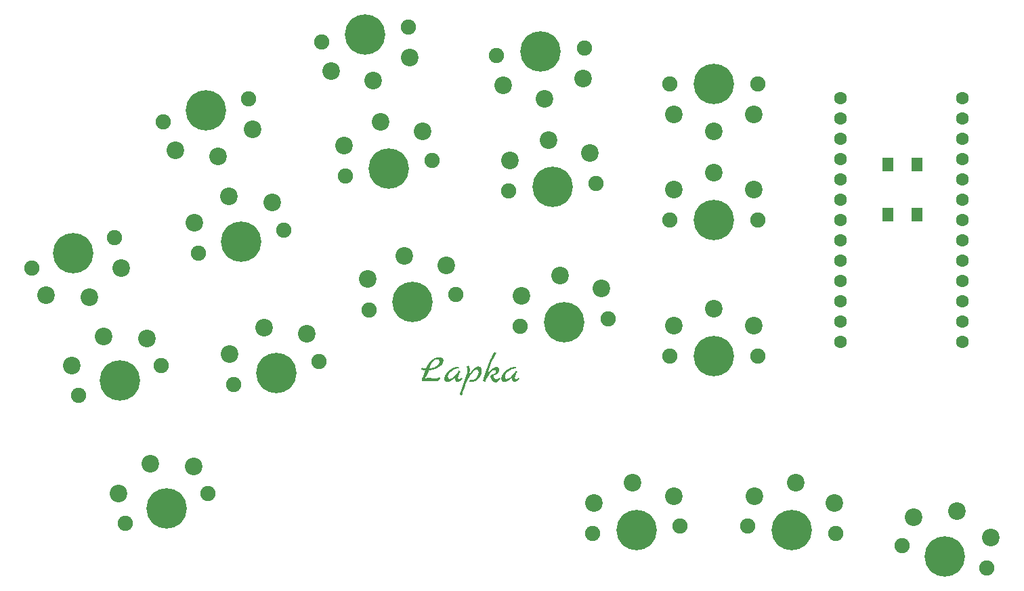
<source format=gts>
G04 #@! TF.GenerationSoftware,KiCad,Pcbnew,8.0.7*
G04 #@! TF.CreationDate,2025-05-01T21:13:51+07:00*
G04 #@! TF.ProjectId,Lapka_ChocV1V2_Solder,4c61706b-615f-4436-986f-63563156325f,rev?*
G04 #@! TF.SameCoordinates,Original*
G04 #@! TF.FileFunction,Soldermask,Top*
G04 #@! TF.FilePolarity,Negative*
%FSLAX46Y46*%
G04 Gerber Fmt 4.6, Leading zero omitted, Abs format (unit mm)*
G04 Created by KiCad (PCBNEW 8.0.7) date 2025-05-01 21:13:51*
%MOMM*%
%LPD*%
G01*
G04 APERTURE LIST*
%ADD10C,0.000000*%
%ADD11C,1.900000*%
%ADD12C,5.050000*%
%ADD13C,2.200000*%
%ADD14R,1.400000X1.700000*%
%ADD15C,1.600000*%
G04 APERTURE END LIST*
D10*
G36*
X147338251Y-93446922D02*
G01*
X147127114Y-93492166D01*
X147070344Y-93505520D01*
X147014398Y-93520444D01*
X146959277Y-93536940D01*
X146904981Y-93555006D01*
X146851509Y-93574643D01*
X146798862Y-93595851D01*
X146747039Y-93618630D01*
X146696042Y-93642980D01*
X146645869Y-93668901D01*
X146596520Y-93696392D01*
X146547997Y-93725455D01*
X146500298Y-93756088D01*
X146453425Y-93788293D01*
X146407376Y-93822068D01*
X146362152Y-93857415D01*
X146317753Y-93894332D01*
X146275750Y-93932036D01*
X146236456Y-93969739D01*
X146199872Y-94007442D01*
X146165998Y-94045145D01*
X146134834Y-94082848D01*
X146106380Y-94120551D01*
X146080636Y-94158254D01*
X146057602Y-94195957D01*
X146037277Y-94233661D01*
X146019663Y-94271364D01*
X146004758Y-94309067D01*
X145992564Y-94346770D01*
X145983079Y-94384473D01*
X145976304Y-94422176D01*
X145972240Y-94459879D01*
X145970885Y-94497582D01*
X145971827Y-94533499D01*
X145974655Y-94567099D01*
X145979368Y-94598381D01*
X145985966Y-94627346D01*
X145989972Y-94640959D01*
X145994449Y-94653993D01*
X145999398Y-94666448D01*
X146004818Y-94678324D01*
X146010709Y-94689620D01*
X146017071Y-94700337D01*
X146023905Y-94710474D01*
X146031210Y-94720032D01*
X146038986Y-94729011D01*
X146047234Y-94737411D01*
X146055952Y-94745231D01*
X146065143Y-94752472D01*
X146074804Y-94759134D01*
X146084937Y-94765217D01*
X146095541Y-94770720D01*
X146106616Y-94775644D01*
X146118163Y-94779988D01*
X146130180Y-94783753D01*
X146142669Y-94786939D01*
X146155630Y-94789546D01*
X146169062Y-94791574D01*
X146182965Y-94793022D01*
X146197339Y-94793891D01*
X146212184Y-94794180D01*
X146240874Y-94792943D01*
X146270388Y-94789232D01*
X146300728Y-94783046D01*
X146331891Y-94774386D01*
X146363880Y-94763252D01*
X146396694Y-94749643D01*
X146430332Y-94733561D01*
X146464795Y-94715004D01*
X146500083Y-94693972D01*
X146536195Y-94670467D01*
X146573132Y-94644487D01*
X146610895Y-94616033D01*
X146649481Y-94585105D01*
X146688893Y-94551702D01*
X146729129Y-94515825D01*
X146770191Y-94477474D01*
X146811232Y-94437454D01*
X146851409Y-94396569D01*
X146890722Y-94354821D01*
X146929171Y-94312208D01*
X146966756Y-94268731D01*
X147003477Y-94224391D01*
X147039334Y-94179186D01*
X147074327Y-94133117D01*
X147108457Y-94086184D01*
X147141722Y-94038388D01*
X147174123Y-93989727D01*
X147205660Y-93940203D01*
X147236333Y-93889814D01*
X147266143Y-93838562D01*
X147295088Y-93786446D01*
X147323170Y-93733466D01*
X147534308Y-93859143D01*
X147461257Y-94009093D01*
X147397946Y-94144746D01*
X147344376Y-94266104D01*
X147300546Y-94373165D01*
X147266457Y-94465931D01*
X147242107Y-94544400D01*
X147233585Y-94578273D01*
X147227498Y-94608572D01*
X147223845Y-94635298D01*
X147222628Y-94658449D01*
X147222805Y-94667169D01*
X147223335Y-94675731D01*
X147224219Y-94684136D01*
X147225456Y-94692384D01*
X147227046Y-94700475D01*
X147228990Y-94708409D01*
X147231288Y-94716185D01*
X147233939Y-94723804D01*
X147236944Y-94731266D01*
X147240302Y-94738571D01*
X147244013Y-94745719D01*
X147248078Y-94752709D01*
X147252496Y-94759543D01*
X147257268Y-94766219D01*
X147262393Y-94772737D01*
X147267872Y-94779099D01*
X147274136Y-94784578D01*
X147280360Y-94789703D01*
X147286545Y-94794475D01*
X147292691Y-94798893D01*
X147298798Y-94802958D01*
X147304866Y-94806670D01*
X147310894Y-94810027D01*
X147316884Y-94813032D01*
X147322834Y-94815683D01*
X147328745Y-94817980D01*
X147334617Y-94819924D01*
X147340450Y-94821515D01*
X147346243Y-94822752D01*
X147351997Y-94823636D01*
X147357711Y-94824166D01*
X147363387Y-94824343D01*
X147375403Y-94824264D01*
X147386321Y-94824028D01*
X147396139Y-94823635D01*
X147404858Y-94823084D01*
X147412478Y-94822377D01*
X147418998Y-94821513D01*
X147424418Y-94820493D01*
X147428738Y-94819316D01*
X147458901Y-94809262D01*
X147466756Y-94803918D01*
X147475241Y-94797949D01*
X147484352Y-94791352D01*
X147494090Y-94784126D01*
X147500219Y-94780356D01*
X147506032Y-94776585D01*
X147511530Y-94772815D01*
X147516714Y-94769045D01*
X147521583Y-94765274D01*
X147526139Y-94761504D01*
X147530380Y-94757734D01*
X147534308Y-94753964D01*
X147594633Y-94708720D01*
X147613799Y-94694266D01*
X147631078Y-94681069D01*
X147646472Y-94669130D01*
X147659984Y-94658449D01*
X147775607Y-94743909D01*
X147766338Y-94762702D01*
X147756126Y-94781377D01*
X147744972Y-94799934D01*
X147732876Y-94818373D01*
X147719837Y-94836695D01*
X147705856Y-94854898D01*
X147690932Y-94872984D01*
X147675066Y-94890952D01*
X147658257Y-94908802D01*
X147640505Y-94926534D01*
X147621811Y-94944149D01*
X147602174Y-94961645D01*
X147581594Y-94979024D01*
X147560072Y-94996285D01*
X147537607Y-95013428D01*
X147514199Y-95030453D01*
X147491067Y-95046889D01*
X147468171Y-95062265D01*
X147445510Y-95076581D01*
X147423084Y-95089836D01*
X147400894Y-95102030D01*
X147378940Y-95113165D01*
X147357221Y-95123238D01*
X147335738Y-95132252D01*
X147314490Y-95140205D01*
X147293478Y-95147097D01*
X147272702Y-95152930D01*
X147252161Y-95157701D01*
X147231857Y-95161413D01*
X147211788Y-95164064D01*
X147191955Y-95165654D01*
X147172358Y-95166185D01*
X147154110Y-95165880D01*
X147136441Y-95164967D01*
X147119351Y-95163445D01*
X147102841Y-95161315D01*
X147086910Y-95158575D01*
X147071559Y-95155227D01*
X147056787Y-95151271D01*
X147042594Y-95146705D01*
X147028980Y-95141531D01*
X147015946Y-95135748D01*
X147003491Y-95129356D01*
X146991616Y-95122356D01*
X146980319Y-95114747D01*
X146969602Y-95106529D01*
X146959465Y-95097702D01*
X146949907Y-95088266D01*
X146940928Y-95078222D01*
X146932528Y-95067569D01*
X146924708Y-95056307D01*
X146917467Y-95044437D01*
X146910805Y-95031957D01*
X146904722Y-95018869D01*
X146899219Y-95005172D01*
X146894295Y-94990867D01*
X146889951Y-94975952D01*
X146886185Y-94960429D01*
X146882999Y-94944297D01*
X146880393Y-94927556D01*
X146878365Y-94910207D01*
X146876917Y-94892248D01*
X146876048Y-94873681D01*
X146875759Y-94854505D01*
X146876053Y-94836065D01*
X146876937Y-94817193D01*
X146878410Y-94797890D01*
X146880472Y-94778154D01*
X146883123Y-94757986D01*
X146886363Y-94737387D01*
X146890192Y-94716355D01*
X146894610Y-94694892D01*
X146899618Y-94672997D01*
X146905215Y-94650670D01*
X146911400Y-94627911D01*
X146918175Y-94604720D01*
X146925539Y-94581097D01*
X146933492Y-94557042D01*
X146951166Y-94507636D01*
X146765164Y-94698666D01*
X146698398Y-94764959D01*
X146633831Y-94825598D01*
X146602372Y-94853797D01*
X146571463Y-94880583D01*
X146541104Y-94905954D01*
X146511294Y-94929912D01*
X146482035Y-94952455D01*
X146453325Y-94973585D01*
X146425166Y-94993301D01*
X146397556Y-95011603D01*
X146370497Y-95028491D01*
X146343987Y-95043964D01*
X146318028Y-95058024D01*
X146292618Y-95070670D01*
X146268131Y-95082235D01*
X146243683Y-95093055D01*
X146219274Y-95103128D01*
X146194904Y-95112456D01*
X146170574Y-95121037D01*
X146146283Y-95128872D01*
X146122032Y-95135961D01*
X146097820Y-95142304D01*
X146073647Y-95147901D01*
X146049513Y-95152752D01*
X146025418Y-95156856D01*
X146001363Y-95160214D01*
X145977346Y-95162826D01*
X145953369Y-95164692D01*
X145929431Y-95165811D01*
X145905532Y-95166185D01*
X145882006Y-95165772D01*
X145859188Y-95164535D01*
X145837076Y-95162473D01*
X145815672Y-95159586D01*
X145794974Y-95155875D01*
X145774984Y-95151339D01*
X145755701Y-95145978D01*
X145737125Y-95139792D01*
X145719256Y-95132782D01*
X145702093Y-95124947D01*
X145685638Y-95116287D01*
X145669889Y-95106802D01*
X145654847Y-95096492D01*
X145640512Y-95085358D01*
X145626883Y-95073399D01*
X145613962Y-95060616D01*
X145602396Y-95046478D01*
X145591577Y-95031711D01*
X145581503Y-95016316D01*
X145572176Y-95000293D01*
X145563595Y-94983641D01*
X145555759Y-94966361D01*
X145548670Y-94948452D01*
X145542327Y-94929915D01*
X145536731Y-94910749D01*
X145531880Y-94890955D01*
X145527776Y-94870532D01*
X145524418Y-94849481D01*
X145521806Y-94827801D01*
X145519940Y-94805493D01*
X145518820Y-94782556D01*
X145518447Y-94758991D01*
X145519508Y-94715044D01*
X145522689Y-94671175D01*
X145527991Y-94627385D01*
X145535414Y-94583674D01*
X145544957Y-94540041D01*
X145556622Y-94496486D01*
X145570407Y-94453010D01*
X145586313Y-94409612D01*
X145604340Y-94366292D01*
X145624487Y-94323051D01*
X145646755Y-94279889D01*
X145671145Y-94236805D01*
X145697654Y-94193799D01*
X145726285Y-94150872D01*
X145757037Y-94108023D01*
X145789909Y-94065253D01*
X145824431Y-94022405D01*
X145860131Y-93980578D01*
X145897010Y-93939772D01*
X145935066Y-93899987D01*
X145974301Y-93861223D01*
X146014714Y-93823481D01*
X146056306Y-93786759D01*
X146099075Y-93751059D01*
X146143023Y-93716380D01*
X146188149Y-93682722D01*
X146234453Y-93650085D01*
X146281935Y-93618469D01*
X146330596Y-93587875D01*
X146380435Y-93558302D01*
X146431452Y-93529750D01*
X146483647Y-93502220D01*
X146536431Y-93476025D01*
X146589216Y-93451479D01*
X146642000Y-93428582D01*
X146694784Y-93407335D01*
X146747569Y-93387737D01*
X146800353Y-93369788D01*
X146853137Y-93353489D01*
X146905922Y-93338840D01*
X146958706Y-93325840D01*
X147011491Y-93314489D01*
X147064275Y-93304788D01*
X147117059Y-93296737D01*
X147169844Y-93290335D01*
X147222628Y-93285583D01*
X147275412Y-93282481D01*
X147328197Y-93281028D01*
X147338251Y-93446922D01*
G37*
G36*
X140214914Y-93446922D02*
G01*
X140003776Y-93492166D01*
X139947006Y-93505520D01*
X139891061Y-93520444D01*
X139835940Y-93536940D01*
X139781643Y-93555006D01*
X139728171Y-93574643D01*
X139675524Y-93595851D01*
X139623702Y-93618630D01*
X139572704Y-93642980D01*
X139522531Y-93668901D01*
X139473183Y-93696392D01*
X139424659Y-93725455D01*
X139376961Y-93756088D01*
X139330087Y-93788293D01*
X139284038Y-93822068D01*
X139238815Y-93857415D01*
X139194416Y-93894332D01*
X139152412Y-93932036D01*
X139113119Y-93969739D01*
X139076535Y-94007442D01*
X139042661Y-94045145D01*
X139011497Y-94082848D01*
X138983043Y-94120551D01*
X138957299Y-94158254D01*
X138934265Y-94195957D01*
X138913940Y-94233661D01*
X138896326Y-94271364D01*
X138881421Y-94309067D01*
X138869227Y-94346770D01*
X138859742Y-94384473D01*
X138852967Y-94422176D01*
X138848902Y-94459879D01*
X138847547Y-94497582D01*
X138848490Y-94533499D01*
X138851318Y-94567099D01*
X138856031Y-94598381D01*
X138862629Y-94627346D01*
X138866635Y-94640959D01*
X138871112Y-94653993D01*
X138876060Y-94666448D01*
X138881480Y-94678324D01*
X138887371Y-94689620D01*
X138893734Y-94700337D01*
X138900567Y-94710474D01*
X138907872Y-94720032D01*
X138915649Y-94729011D01*
X138923896Y-94737411D01*
X138932615Y-94745231D01*
X138941805Y-94752472D01*
X138951467Y-94759134D01*
X138961599Y-94765217D01*
X138972203Y-94770720D01*
X138983279Y-94775644D01*
X138994825Y-94779988D01*
X139006843Y-94783753D01*
X139019332Y-94786939D01*
X139032293Y-94789546D01*
X139045724Y-94791574D01*
X139059627Y-94793022D01*
X139074002Y-94793891D01*
X139088847Y-94794180D01*
X139117537Y-94792943D01*
X139147052Y-94789232D01*
X139177391Y-94783046D01*
X139208555Y-94774386D01*
X139240544Y-94763252D01*
X139273357Y-94749643D01*
X139306995Y-94733561D01*
X139341458Y-94715004D01*
X139376746Y-94693972D01*
X139412859Y-94670467D01*
X139449796Y-94644487D01*
X139487558Y-94616033D01*
X139526145Y-94585105D01*
X139565556Y-94551702D01*
X139605792Y-94515825D01*
X139646853Y-94477474D01*
X139687895Y-94437454D01*
X139728072Y-94396569D01*
X139767385Y-94354821D01*
X139805834Y-94312208D01*
X139843419Y-94268731D01*
X139880140Y-94224391D01*
X139915997Y-94179186D01*
X139950990Y-94133117D01*
X139985119Y-94086184D01*
X140018384Y-94038388D01*
X140050785Y-93989727D01*
X140082323Y-93940203D01*
X140112996Y-93889814D01*
X140142805Y-93838562D01*
X140171751Y-93786446D01*
X140199832Y-93733466D01*
X140410970Y-93859143D01*
X140337919Y-94009093D01*
X140274609Y-94144746D01*
X140221039Y-94266104D01*
X140177209Y-94373165D01*
X140143120Y-94465931D01*
X140118771Y-94544400D01*
X140110248Y-94578273D01*
X140104161Y-94608572D01*
X140100509Y-94635298D01*
X140099291Y-94658449D01*
X140099468Y-94667169D01*
X140099998Y-94675731D01*
X140100882Y-94684136D01*
X140102119Y-94692384D01*
X140103709Y-94700475D01*
X140105654Y-94708409D01*
X140107951Y-94716185D01*
X140110602Y-94723804D01*
X140113606Y-94731266D01*
X140116964Y-94738571D01*
X140120676Y-94745719D01*
X140124740Y-94752709D01*
X140129159Y-94759543D01*
X140133931Y-94766219D01*
X140139056Y-94772737D01*
X140144534Y-94779099D01*
X140150798Y-94784578D01*
X140157022Y-94789703D01*
X140163208Y-94794475D01*
X140169354Y-94798893D01*
X140175461Y-94802958D01*
X140181529Y-94806670D01*
X140187557Y-94810027D01*
X140193547Y-94813032D01*
X140199497Y-94815683D01*
X140205408Y-94817980D01*
X140211280Y-94819924D01*
X140217112Y-94821515D01*
X140222906Y-94822752D01*
X140228659Y-94823636D01*
X140234374Y-94824166D01*
X140240049Y-94824343D01*
X140252066Y-94824264D01*
X140262983Y-94824028D01*
X140272802Y-94823635D01*
X140281521Y-94823084D01*
X140289141Y-94822377D01*
X140295661Y-94821513D01*
X140301081Y-94820493D01*
X140305401Y-94819316D01*
X140335564Y-94809262D01*
X140343419Y-94803918D01*
X140351903Y-94797949D01*
X140361015Y-94791352D01*
X140370753Y-94784126D01*
X140376881Y-94780356D01*
X140382695Y-94776585D01*
X140388193Y-94772815D01*
X140393377Y-94769045D01*
X140398247Y-94765274D01*
X140402802Y-94761504D01*
X140407043Y-94757734D01*
X140410970Y-94753964D01*
X140471295Y-94708720D01*
X140490462Y-94694266D01*
X140507741Y-94681069D01*
X140523135Y-94669130D01*
X140536647Y-94658449D01*
X140652270Y-94743909D01*
X140643001Y-94762702D01*
X140632789Y-94781377D01*
X140621635Y-94799934D01*
X140609539Y-94818373D01*
X140596500Y-94836695D01*
X140582518Y-94854898D01*
X140567595Y-94872984D01*
X140551728Y-94890952D01*
X140534919Y-94908802D01*
X140517168Y-94926534D01*
X140498474Y-94944149D01*
X140478837Y-94961645D01*
X140458257Y-94979024D01*
X140436735Y-94996285D01*
X140414269Y-95013428D01*
X140390861Y-95030453D01*
X140367730Y-95046889D01*
X140344833Y-95062265D01*
X140322173Y-95076581D01*
X140299747Y-95089836D01*
X140277557Y-95102030D01*
X140255603Y-95113165D01*
X140233884Y-95123238D01*
X140212400Y-95132252D01*
X140191153Y-95140205D01*
X140170141Y-95147097D01*
X140149364Y-95152930D01*
X140128824Y-95157701D01*
X140108519Y-95161413D01*
X140088450Y-95164064D01*
X140068617Y-95165654D01*
X140049020Y-95166185D01*
X140030772Y-95165880D01*
X140013103Y-95164967D01*
X139996014Y-95163445D01*
X139979504Y-95161315D01*
X139963573Y-95158575D01*
X139948222Y-95155227D01*
X139933450Y-95151271D01*
X139919257Y-95146705D01*
X139905643Y-95141531D01*
X139892609Y-95135748D01*
X139880154Y-95129356D01*
X139868279Y-95122356D01*
X139856983Y-95114747D01*
X139846266Y-95106529D01*
X139836128Y-95097702D01*
X139826570Y-95088266D01*
X139817591Y-95078222D01*
X139809192Y-95067569D01*
X139801371Y-95056307D01*
X139794130Y-95044437D01*
X139787468Y-95031957D01*
X139781386Y-95018869D01*
X139775883Y-95005172D01*
X139770959Y-94990867D01*
X139766614Y-94975952D01*
X139762849Y-94960429D01*
X139759663Y-94944297D01*
X139757056Y-94927556D01*
X139755029Y-94910207D01*
X139753581Y-94892248D01*
X139752712Y-94873681D01*
X139752422Y-94854505D01*
X139752717Y-94836065D01*
X139753600Y-94817193D01*
X139755073Y-94797890D01*
X139757135Y-94778154D01*
X139759786Y-94757986D01*
X139763026Y-94737387D01*
X139766855Y-94716355D01*
X139771274Y-94694892D01*
X139776281Y-94672997D01*
X139781878Y-94650670D01*
X139788063Y-94627911D01*
X139794838Y-94604720D01*
X139802202Y-94581097D01*
X139810155Y-94557042D01*
X139827828Y-94507636D01*
X139641827Y-94698666D01*
X139575060Y-94764959D01*
X139510493Y-94825598D01*
X139479035Y-94853797D01*
X139448126Y-94880583D01*
X139417766Y-94905954D01*
X139387957Y-94929912D01*
X139358698Y-94952455D01*
X139329988Y-94973585D01*
X139301829Y-94993301D01*
X139274219Y-95011603D01*
X139247160Y-95028491D01*
X139220650Y-95043964D01*
X139194690Y-95058024D01*
X139169281Y-95070670D01*
X139144793Y-95082235D01*
X139120345Y-95093055D01*
X139095937Y-95103128D01*
X139071567Y-95112456D01*
X139047237Y-95121037D01*
X139022947Y-95128872D01*
X138998695Y-95135961D01*
X138974483Y-95142304D01*
X138950310Y-95147901D01*
X138926176Y-95152752D01*
X138902081Y-95156856D01*
X138878026Y-95160214D01*
X138854010Y-95162826D01*
X138830032Y-95164692D01*
X138806094Y-95165811D01*
X138782195Y-95166185D01*
X138758669Y-95165772D01*
X138735851Y-95164535D01*
X138713739Y-95162473D01*
X138692335Y-95159586D01*
X138671638Y-95155875D01*
X138651647Y-95151339D01*
X138632364Y-95145978D01*
X138613788Y-95139792D01*
X138595919Y-95132782D01*
X138578756Y-95124947D01*
X138562301Y-95116287D01*
X138546552Y-95106802D01*
X138531510Y-95096492D01*
X138517175Y-95085358D01*
X138503546Y-95073399D01*
X138490625Y-95060616D01*
X138479059Y-95046478D01*
X138468240Y-95031711D01*
X138458166Y-95016316D01*
X138448839Y-95000293D01*
X138440257Y-94983641D01*
X138432422Y-94966361D01*
X138425333Y-94948452D01*
X138418990Y-94929915D01*
X138413393Y-94910749D01*
X138408543Y-94890955D01*
X138404438Y-94870532D01*
X138401080Y-94849481D01*
X138398468Y-94827801D01*
X138396602Y-94805493D01*
X138395483Y-94782556D01*
X138395110Y-94758991D01*
X138396170Y-94715044D01*
X138399351Y-94671175D01*
X138404653Y-94627385D01*
X138412076Y-94583674D01*
X138421620Y-94540041D01*
X138433284Y-94496486D01*
X138447069Y-94453010D01*
X138462975Y-94409612D01*
X138481002Y-94366292D01*
X138501150Y-94323051D01*
X138523418Y-94279889D01*
X138547807Y-94236805D01*
X138574317Y-94193799D01*
X138602948Y-94150872D01*
X138633700Y-94108023D01*
X138666572Y-94065253D01*
X138701094Y-94022405D01*
X138736794Y-93980578D01*
X138773673Y-93939772D01*
X138811729Y-93899987D01*
X138850964Y-93861223D01*
X138891377Y-93823481D01*
X138932968Y-93786759D01*
X138975738Y-93751059D01*
X139019686Y-93716380D01*
X139064811Y-93682722D01*
X139111116Y-93650085D01*
X139158598Y-93618469D01*
X139207259Y-93587875D01*
X139257097Y-93558302D01*
X139308114Y-93529750D01*
X139360310Y-93502220D01*
X139413094Y-93476025D01*
X139465879Y-93451479D01*
X139518663Y-93428582D01*
X139571447Y-93407335D01*
X139624232Y-93387737D01*
X139677016Y-93369788D01*
X139729800Y-93353489D01*
X139782585Y-93338840D01*
X139835369Y-93325840D01*
X139888153Y-93314489D01*
X139940938Y-93304788D01*
X139993722Y-93296737D01*
X140046507Y-93290335D01*
X140099291Y-93285583D01*
X140152075Y-93282481D01*
X140204860Y-93281028D01*
X140214914Y-93446922D01*
G37*
G36*
X137795000Y-92075000D02*
G01*
X137822847Y-92076414D01*
X137849986Y-92078770D01*
X137876418Y-92082069D01*
X137902143Y-92086311D01*
X137927161Y-92091495D01*
X137951472Y-92097622D01*
X137975075Y-92104691D01*
X137997972Y-92112703D01*
X138020161Y-92121657D01*
X138041644Y-92131554D01*
X138062419Y-92142394D01*
X138082488Y-92154176D01*
X138101849Y-92166901D01*
X138120503Y-92180568D01*
X138138451Y-92195178D01*
X138155497Y-92209945D01*
X138171444Y-92225341D01*
X138186290Y-92241365D01*
X138200036Y-92258017D01*
X138212683Y-92275298D01*
X138224229Y-92293207D01*
X138234676Y-92311744D01*
X138244023Y-92330910D01*
X138252270Y-92350704D01*
X138259417Y-92371126D01*
X138265465Y-92392177D01*
X138270413Y-92413857D01*
X138274261Y-92436164D01*
X138277010Y-92459100D01*
X138278659Y-92482665D01*
X138279209Y-92506857D01*
X138278664Y-92533201D01*
X138277029Y-92559445D01*
X138274305Y-92585592D01*
X138270490Y-92611641D01*
X138259592Y-92663443D01*
X138244334Y-92714852D01*
X138224716Y-92765869D01*
X138200739Y-92816493D01*
X138172403Y-92866725D01*
X138139707Y-92916563D01*
X138102652Y-92966009D01*
X138061238Y-93015062D01*
X138015464Y-93063723D01*
X137965331Y-93111991D01*
X137910838Y-93159866D01*
X137851985Y-93207349D01*
X137788774Y-93254439D01*
X137721203Y-93301137D01*
X137651473Y-93345751D01*
X137580526Y-93387853D01*
X137508360Y-93427440D01*
X137434977Y-93464515D01*
X137360376Y-93499076D01*
X137284558Y-93531124D01*
X137207521Y-93560658D01*
X137129267Y-93587679D01*
X137049796Y-93612186D01*
X136969107Y-93634180D01*
X136887201Y-93653660D01*
X136804077Y-93670627D01*
X136719735Y-93685080D01*
X136634177Y-93697019D01*
X136547401Y-93706445D01*
X136459408Y-93713357D01*
X136400732Y-93889542D01*
X136370747Y-93972155D01*
X136340329Y-94051116D01*
X136309479Y-94126424D01*
X136278197Y-94198079D01*
X136246483Y-94266082D01*
X136214338Y-94330432D01*
X136181760Y-94391130D01*
X136148750Y-94448175D01*
X136115308Y-94501568D01*
X136081434Y-94551308D01*
X136047128Y-94597396D01*
X136012390Y-94639832D01*
X135977220Y-94678616D01*
X135941618Y-94713747D01*
X135974530Y-94710212D01*
X136010426Y-94707149D01*
X136049307Y-94704557D01*
X136091173Y-94702436D01*
X136136025Y-94700786D01*
X136183860Y-94699608D01*
X136234681Y-94698901D01*
X136288487Y-94698666D01*
X137334117Y-94728828D01*
X137361708Y-94728259D01*
X137389181Y-94726551D01*
X137416537Y-94723703D01*
X137443774Y-94719717D01*
X137470893Y-94714592D01*
X137497895Y-94708328D01*
X137524778Y-94700925D01*
X137551544Y-94692384D01*
X137578191Y-94682703D01*
X137604721Y-94671883D01*
X137631133Y-94659924D01*
X137657426Y-94646826D01*
X137683602Y-94632589D01*
X137709659Y-94617212D01*
X137735598Y-94600697D01*
X137761420Y-94583043D01*
X137897151Y-94764018D01*
X137849397Y-94818375D01*
X137806667Y-94865818D01*
X137768961Y-94906348D01*
X137751994Y-94924021D01*
X137736284Y-94939966D01*
X137728508Y-94946879D01*
X137720260Y-94953791D01*
X137711541Y-94960704D01*
X137702351Y-94967616D01*
X137692690Y-94974528D01*
X137682557Y-94981440D01*
X137671953Y-94988352D01*
X137660878Y-94995264D01*
X137649331Y-95002175D01*
X137637313Y-95009087D01*
X137624824Y-95015999D01*
X137611864Y-95022911D01*
X137598432Y-95029824D01*
X137584529Y-95036736D01*
X137570155Y-95043649D01*
X137555309Y-95050562D01*
X137540740Y-95057258D01*
X137525935Y-95063523D01*
X137510894Y-95069356D01*
X137495617Y-95074756D01*
X137480104Y-95079724D01*
X137464355Y-95084261D01*
X137448371Y-95088365D01*
X137432151Y-95092037D01*
X137415694Y-95095277D01*
X137399003Y-95098084D01*
X137382075Y-95100460D01*
X137364911Y-95102404D01*
X137347512Y-95103916D01*
X137329877Y-95104996D01*
X137312007Y-95105644D01*
X137293901Y-95105860D01*
X136353839Y-95065643D01*
X136079863Y-95066585D01*
X135886320Y-95069413D01*
X135819711Y-95071534D01*
X135773211Y-95074126D01*
X135746819Y-95077189D01*
X135741163Y-95078898D01*
X135740535Y-95080724D01*
X135718011Y-95079488D01*
X135696941Y-95077034D01*
X135677323Y-95073362D01*
X135668060Y-95071070D01*
X135659159Y-95068473D01*
X135650622Y-95065572D01*
X135642448Y-95062366D01*
X135634637Y-95058856D01*
X135627190Y-95055042D01*
X135620106Y-95050923D01*
X135613385Y-95046500D01*
X135607028Y-95041772D01*
X135601033Y-95036740D01*
X135595402Y-95031404D01*
X135590135Y-95025763D01*
X135585230Y-95019818D01*
X135580689Y-95013568D01*
X135576512Y-95007014D01*
X135572697Y-95000156D01*
X135569246Y-94992993D01*
X135566158Y-94985526D01*
X135563433Y-94977755D01*
X135561072Y-94969679D01*
X135559074Y-94961298D01*
X135557439Y-94952613D01*
X135556168Y-94943624D01*
X135555259Y-94934331D01*
X135554714Y-94924733D01*
X135554533Y-94914830D01*
X135556830Y-94901751D01*
X135559953Y-94887651D01*
X135563900Y-94872530D01*
X135568671Y-94856388D01*
X135574268Y-94839225D01*
X135580689Y-94821041D01*
X135587935Y-94801836D01*
X135596006Y-94781609D01*
X135604902Y-94760362D01*
X135614622Y-94738094D01*
X135636537Y-94690494D01*
X135661751Y-94638810D01*
X135690264Y-94583043D01*
X135721762Y-94518082D01*
X135755930Y-94441341D01*
X135792769Y-94352817D01*
X135832279Y-94252512D01*
X135874459Y-94140425D01*
X135919310Y-94016555D01*
X135966832Y-93880902D01*
X136017024Y-93733466D01*
X135978320Y-93732739D01*
X135940126Y-93730559D01*
X135902442Y-93726926D01*
X135865269Y-93721840D01*
X135828607Y-93715301D01*
X135792455Y-93707308D01*
X135756814Y-93697862D01*
X135721683Y-93686964D01*
X135687063Y-93674612D01*
X135652953Y-93660807D01*
X135619354Y-93645549D01*
X135586266Y-93628838D01*
X135553688Y-93610674D01*
X135521621Y-93591057D01*
X135490064Y-93569987D01*
X135459018Y-93547464D01*
X135564587Y-93361461D01*
X135591980Y-93378506D01*
X135620120Y-93394451D01*
X135649006Y-93409296D01*
X135678639Y-93423041D01*
X135709017Y-93435688D01*
X135740142Y-93447234D01*
X135772013Y-93457681D01*
X135804630Y-93467029D01*
X135837993Y-93475277D01*
X135872103Y-93482425D01*
X135906958Y-93488473D01*
X135942560Y-93493422D01*
X135978909Y-93497271D01*
X136016003Y-93500020D01*
X136053844Y-93501670D01*
X136092431Y-93502220D01*
X136100914Y-93482112D01*
X136529787Y-93482112D01*
X136592135Y-93476810D01*
X136653502Y-93469703D01*
X136713886Y-93460788D01*
X136773288Y-93450066D01*
X136831709Y-93437538D01*
X136889147Y-93423204D01*
X136945603Y-93407062D01*
X137001077Y-93389114D01*
X137055569Y-93369359D01*
X137109079Y-93347797D01*
X137161608Y-93324429D01*
X137213155Y-93299254D01*
X137263719Y-93272272D01*
X137313303Y-93243484D01*
X137361904Y-93212889D01*
X137409524Y-93180487D01*
X137455180Y-93147083D01*
X137497890Y-93113484D01*
X137537655Y-93079688D01*
X137574475Y-93045695D01*
X137608349Y-93011507D01*
X137639277Y-92977122D01*
X137667260Y-92942541D01*
X137692297Y-92907764D01*
X137714389Y-92872791D01*
X137733535Y-92837621D01*
X137749735Y-92802255D01*
X137762990Y-92766692D01*
X137773300Y-92730934D01*
X137780664Y-92694979D01*
X137785082Y-92658828D01*
X137786555Y-92622480D01*
X137786221Y-92608165D01*
X137785220Y-92594124D01*
X137783551Y-92580359D01*
X137781214Y-92566868D01*
X137778210Y-92553652D01*
X137774538Y-92540711D01*
X137770199Y-92528046D01*
X137765191Y-92515655D01*
X137759517Y-92503538D01*
X137753174Y-92491697D01*
X137746164Y-92480131D01*
X137738485Y-92468840D01*
X137730139Y-92457824D01*
X137721126Y-92447082D01*
X137711444Y-92436616D01*
X137701095Y-92426424D01*
X137690257Y-92416684D01*
X137679104Y-92407573D01*
X137667637Y-92399090D01*
X137655856Y-92391235D01*
X137643760Y-92384008D01*
X137631350Y-92377410D01*
X137618625Y-92371441D01*
X137605587Y-92366099D01*
X137592233Y-92361386D01*
X137578566Y-92357302D01*
X137564583Y-92353846D01*
X137550287Y-92351018D01*
X137535676Y-92348819D01*
X137520751Y-92347248D01*
X137505511Y-92346305D01*
X137489957Y-92345991D01*
X137451175Y-92347228D01*
X137412747Y-92350939D01*
X137374672Y-92357125D01*
X137336950Y-92365785D01*
X137299581Y-92376919D01*
X137262565Y-92390528D01*
X137225903Y-92406610D01*
X137189594Y-92425167D01*
X137153638Y-92446199D01*
X137118036Y-92469704D01*
X137082787Y-92495684D01*
X137047891Y-92524138D01*
X137013349Y-92555066D01*
X136979160Y-92588469D01*
X136945324Y-92624346D01*
X136911842Y-92662697D01*
X136879129Y-92703012D01*
X136847593Y-92744780D01*
X136817235Y-92788001D01*
X136788055Y-92832676D01*
X136760053Y-92878804D01*
X136733229Y-92926384D01*
X136707583Y-92975418D01*
X136683115Y-93025905D01*
X136659825Y-93077846D01*
X136637714Y-93131239D01*
X136616780Y-93186085D01*
X136597025Y-93242385D01*
X136578448Y-93300137D01*
X136561049Y-93359342D01*
X136544829Y-93420001D01*
X136529787Y-93482112D01*
X136100914Y-93482112D01*
X136129486Y-93414384D01*
X136167758Y-93329337D01*
X136207248Y-93247078D01*
X136247956Y-93167607D01*
X136289881Y-93090925D01*
X136333023Y-93017031D01*
X136377383Y-92945925D01*
X136422961Y-92877608D01*
X136469756Y-92812079D01*
X136517768Y-92749339D01*
X136566998Y-92689387D01*
X136617445Y-92632223D01*
X136669110Y-92577847D01*
X136721992Y-92526260D01*
X136776092Y-92477462D01*
X136831409Y-92431451D01*
X136887493Y-92388230D01*
X136943892Y-92347797D01*
X137000604Y-92310153D01*
X137057630Y-92275297D01*
X137114971Y-92243230D01*
X137172626Y-92213951D01*
X137230594Y-92187461D01*
X137288877Y-92163759D01*
X137347474Y-92142845D01*
X137406385Y-92124721D01*
X137465610Y-92109384D01*
X137525149Y-92096836D01*
X137585002Y-92087076D01*
X137645170Y-92080105D01*
X137705651Y-92075923D01*
X137766447Y-92074528D01*
X137795000Y-92075000D01*
G37*
G36*
X141444055Y-93152307D02*
G01*
X141461708Y-93179621D01*
X141478144Y-93207132D01*
X141493362Y-93234840D01*
X141507363Y-93262744D01*
X141520147Y-93290845D01*
X141531713Y-93319142D01*
X141542062Y-93347635D01*
X141551193Y-93376325D01*
X141559107Y-93405212D01*
X141565804Y-93434295D01*
X141571283Y-93463574D01*
X141575544Y-93493049D01*
X141578588Y-93522721D01*
X141580415Y-93552589D01*
X141581024Y-93582653D01*
X141579531Y-93644629D01*
X141575053Y-93712417D01*
X141567591Y-93786016D01*
X141557143Y-93865428D01*
X141543711Y-93950653D01*
X141527295Y-94041689D01*
X141507894Y-94138539D01*
X141485509Y-94241201D01*
X141579451Y-94103663D01*
X141670252Y-93977594D01*
X141757911Y-93862993D01*
X141842429Y-93759860D01*
X141883509Y-93712593D01*
X141923805Y-93668194D01*
X141963315Y-93626662D01*
X142002039Y-93587996D01*
X142039979Y-93552198D01*
X142077132Y-93519266D01*
X142113501Y-93489201D01*
X142149084Y-93462003D01*
X142183999Y-93436436D01*
X142218365Y-93412518D01*
X142252180Y-93390250D01*
X142285445Y-93369631D01*
X142318161Y-93350661D01*
X142350326Y-93333341D01*
X142381942Y-93317671D01*
X142413007Y-93303650D01*
X142443523Y-93291279D01*
X142473489Y-93280557D01*
X142502905Y-93271485D01*
X142531771Y-93264062D01*
X142560088Y-93258289D01*
X142587854Y-93254165D01*
X142615071Y-93251691D01*
X142641738Y-93250866D01*
X142667757Y-93251376D01*
X142693030Y-93252908D01*
X142717556Y-93255460D01*
X142741337Y-93259034D01*
X142764371Y-93263629D01*
X142786659Y-93269245D01*
X142808200Y-93275882D01*
X142828996Y-93283540D01*
X142849045Y-93292220D01*
X142868348Y-93301920D01*
X142886905Y-93312642D01*
X142904716Y-93324385D01*
X142921781Y-93337149D01*
X142938099Y-93350935D01*
X142953672Y-93365742D01*
X142968499Y-93381570D01*
X142982500Y-93397554D01*
X142995599Y-93414088D01*
X143007794Y-93431171D01*
X143019085Y-93448805D01*
X143029473Y-93466989D01*
X143038958Y-93485723D01*
X143047539Y-93505007D01*
X143055217Y-93524840D01*
X143061992Y-93545224D01*
X143067863Y-93566157D01*
X143072831Y-93587640D01*
X143076896Y-93609673D01*
X143080057Y-93632256D01*
X143082315Y-93655389D01*
X143083670Y-93679071D01*
X143084122Y-93703303D01*
X143082590Y-93770855D01*
X143077995Y-93837777D01*
X143070336Y-93904072D01*
X143059615Y-93969738D01*
X143045829Y-94034776D01*
X143028981Y-94099185D01*
X143009069Y-94162966D01*
X142986094Y-94226118D01*
X142960055Y-94288642D01*
X142930953Y-94350538D01*
X142898787Y-94411806D01*
X142863558Y-94472445D01*
X142825266Y-94532456D01*
X142783910Y-94591839D01*
X142739491Y-94650593D01*
X142692009Y-94708720D01*
X142643230Y-94764115D01*
X142593665Y-94815937D01*
X142543315Y-94864185D01*
X142492180Y-94908859D01*
X142440259Y-94949959D01*
X142387553Y-94987485D01*
X142334062Y-95021438D01*
X142279785Y-95051817D01*
X142224723Y-95078621D01*
X142168875Y-95101852D01*
X142112242Y-95121509D01*
X142054824Y-95137592D01*
X141996620Y-95150101D01*
X141937631Y-95159036D01*
X141877856Y-95164397D01*
X141817296Y-95166185D01*
X141790630Y-95165890D01*
X141764670Y-95165006D01*
X141739417Y-95163534D01*
X141714871Y-95161472D01*
X141691032Y-95158821D01*
X141667899Y-95155580D01*
X141645473Y-95151751D01*
X141623754Y-95147333D01*
X141602742Y-95142325D01*
X141582437Y-95136729D01*
X141562839Y-95130543D01*
X141543948Y-95123768D01*
X141525764Y-95116405D01*
X141508287Y-95108452D01*
X141491518Y-95099909D01*
X141475455Y-95090778D01*
X141596105Y-94874614D01*
X141714555Y-94890007D01*
X141808499Y-94901004D01*
X141877937Y-94907603D01*
X141903465Y-94909253D01*
X141922865Y-94909803D01*
X141956661Y-94908566D01*
X141990181Y-94904855D01*
X142023426Y-94898669D01*
X142056397Y-94890009D01*
X142089092Y-94878875D01*
X142121512Y-94865266D01*
X142153658Y-94849184D01*
X142185529Y-94830627D01*
X142217125Y-94809595D01*
X142248446Y-94786090D01*
X142279492Y-94760110D01*
X142310263Y-94731656D01*
X142340760Y-94700727D01*
X142370982Y-94667325D01*
X142400929Y-94631448D01*
X142430601Y-94593097D01*
X142459213Y-94553450D01*
X142485979Y-94513685D01*
X142510898Y-94473802D01*
X142533972Y-94433801D01*
X142555200Y-94393683D01*
X142574582Y-94353446D01*
X142592117Y-94313092D01*
X142607807Y-94272620D01*
X142621651Y-94232031D01*
X142633649Y-94191323D01*
X142643801Y-94150498D01*
X142652107Y-94109554D01*
X142658568Y-94068493D01*
X142663182Y-94027315D01*
X142665951Y-93986018D01*
X142666874Y-93944603D01*
X142666579Y-93929071D01*
X142665696Y-93913892D01*
X142664223Y-93899066D01*
X142662161Y-93884594D01*
X142659510Y-93870475D01*
X142656270Y-93856709D01*
X142652440Y-93843296D01*
X142648022Y-93830237D01*
X142643015Y-93817532D01*
X142637418Y-93805180D01*
X142631232Y-93793181D01*
X142624458Y-93781536D01*
X142617094Y-93770245D01*
X142609141Y-93759307D01*
X142600599Y-93748723D01*
X142591468Y-93738493D01*
X142582493Y-93728143D01*
X142573165Y-93718462D01*
X142563484Y-93709448D01*
X142553449Y-93701102D01*
X142543061Y-93693424D01*
X142532320Y-93686413D01*
X142521225Y-93680071D01*
X142509777Y-93674396D01*
X142497976Y-93669389D01*
X142485821Y-93665049D01*
X142473312Y-93661377D01*
X142460450Y-93658373D01*
X142447235Y-93656036D01*
X142433665Y-93654368D01*
X142419742Y-93653366D01*
X142405465Y-93653032D01*
X142388111Y-93653509D01*
X142370610Y-93654937D01*
X142352961Y-93657318D01*
X142335166Y-93660652D01*
X142317222Y-93664938D01*
X142299132Y-93670176D01*
X142280894Y-93676367D01*
X142262509Y-93683510D01*
X142243976Y-93691605D01*
X142225296Y-93700653D01*
X142187495Y-93721606D01*
X142149104Y-93746369D01*
X142110124Y-93774941D01*
X142070555Y-93807323D01*
X142030397Y-93843514D01*
X141989650Y-93883514D01*
X141948314Y-93927324D01*
X141906389Y-93974944D01*
X141863875Y-94026373D01*
X141820772Y-94081612D01*
X141777080Y-94140659D01*
X141690991Y-94266178D01*
X141606159Y-94398923D01*
X141522583Y-94538896D01*
X141440264Y-94686095D01*
X141359202Y-94840521D01*
X141279397Y-95002173D01*
X141200849Y-95171053D01*
X141123559Y-95347159D01*
X141049331Y-95529548D01*
X140977460Y-95714765D01*
X140907944Y-95902809D01*
X140840786Y-96093681D01*
X140775983Y-96287381D01*
X140713538Y-96483908D01*
X140653448Y-96683264D01*
X140595715Y-96885447D01*
X140294091Y-96779878D01*
X140309802Y-96735892D01*
X140346877Y-96634094D01*
X140485120Y-96257061D01*
X140659814Y-95770693D01*
X140831989Y-95286835D01*
X141038725Y-94698351D01*
X141186396Y-94260051D01*
X141238081Y-94097220D01*
X141275000Y-93971936D01*
X141297151Y-93884198D01*
X141304534Y-93834007D01*
X141304024Y-93794027D01*
X141302492Y-93754518D01*
X141299940Y-93715480D01*
X141296366Y-93676912D01*
X141291771Y-93638816D01*
X141286155Y-93601191D01*
X141279518Y-93564038D01*
X141271860Y-93527355D01*
X141263180Y-93491144D01*
X141253480Y-93455404D01*
X141242758Y-93420136D01*
X141231015Y-93385339D01*
X141218251Y-93351013D01*
X141204465Y-93317159D01*
X141189659Y-93283777D01*
X141173830Y-93250866D01*
X141425184Y-93125189D01*
X141444055Y-93152307D01*
G37*
G36*
X144869332Y-91546685D02*
G01*
X144703123Y-91847995D01*
X144543827Y-92161245D01*
X144391443Y-92486434D01*
X144245971Y-92823562D01*
X144107412Y-93172630D01*
X143975765Y-93533637D01*
X143851031Y-93906585D01*
X143733210Y-94291472D01*
X143829510Y-94150557D01*
X143922354Y-94021895D01*
X144011741Y-93905486D01*
X144097673Y-93801331D01*
X144139342Y-93753849D01*
X144180148Y-93709430D01*
X144220090Y-93668074D01*
X144259167Y-93629782D01*
X144297381Y-93594553D01*
X144334731Y-93562388D01*
X144371217Y-93533286D01*
X144406840Y-93507247D01*
X144441930Y-93483506D01*
X144476824Y-93461296D01*
X144511522Y-93440618D01*
X144546024Y-93421472D01*
X144580330Y-93403858D01*
X144614439Y-93387775D01*
X144648353Y-93373224D01*
X144682070Y-93360205D01*
X144715591Y-93348717D01*
X144748915Y-93338761D01*
X144782043Y-93330337D01*
X144814975Y-93323444D01*
X144847711Y-93318083D01*
X144880250Y-93314254D01*
X144912592Y-93311957D01*
X144944738Y-93311191D01*
X144963962Y-93311564D01*
X144982675Y-93312683D01*
X145000878Y-93314549D01*
X145018571Y-93317161D01*
X145035753Y-93320519D01*
X145052425Y-93324624D01*
X145068586Y-93329474D01*
X145084237Y-93335071D01*
X145099378Y-93341414D01*
X145114008Y-93348503D01*
X145128127Y-93356338D01*
X145141736Y-93364920D01*
X145154834Y-93374247D01*
X145167422Y-93384320D01*
X145179499Y-93395140D01*
X145191065Y-93406705D01*
X145202631Y-93418860D01*
X145213450Y-93431447D01*
X145223524Y-93444466D01*
X145232851Y-93457917D01*
X145241432Y-93471800D01*
X145249267Y-93486116D01*
X145256356Y-93500863D01*
X145262699Y-93516043D01*
X145268296Y-93531654D01*
X145273147Y-93547698D01*
X145277251Y-93564174D01*
X145280609Y-93581082D01*
X145283221Y-93598421D01*
X145285087Y-93616193D01*
X145286206Y-93634397D01*
X145286579Y-93653032D01*
X145286285Y-93671158D01*
X145285401Y-93689087D01*
X145283928Y-93706820D01*
X145281867Y-93724356D01*
X145279215Y-93741696D01*
X145275975Y-93758839D01*
X145272146Y-93775785D01*
X145267728Y-93792536D01*
X145262720Y-93809089D01*
X145257124Y-93825447D01*
X145250938Y-93841608D01*
X145244163Y-93857573D01*
X145236799Y-93873341D01*
X145228847Y-93888913D01*
X145220305Y-93904288D01*
X145211173Y-93919468D01*
X145202120Y-93934431D01*
X145192556Y-93949159D01*
X145182482Y-93963651D01*
X145171897Y-93977908D01*
X145160802Y-93991928D01*
X145149196Y-94005714D01*
X145137080Y-94019263D01*
X145124454Y-94032577D01*
X145111317Y-94045655D01*
X145097670Y-94058498D01*
X145083512Y-94071105D01*
X145068843Y-94083476D01*
X145053664Y-94095612D01*
X145037974Y-94107512D01*
X145021774Y-94119177D01*
X145005062Y-94130606D01*
X144954635Y-94163204D01*
X144901379Y-94195646D01*
X144845296Y-94227930D01*
X144786385Y-94260056D01*
X144724646Y-94292025D01*
X144660079Y-94323836D01*
X144592685Y-94355490D01*
X144522463Y-94386987D01*
X144528374Y-94416070D01*
X144534795Y-94444249D01*
X144541726Y-94471526D01*
X144549168Y-94497898D01*
X144557120Y-94523368D01*
X144565583Y-94547934D01*
X144574557Y-94571596D01*
X144584041Y-94594355D01*
X144594036Y-94616211D01*
X144604542Y-94637164D01*
X144615558Y-94657213D01*
X144627085Y-94676359D01*
X144639123Y-94694601D01*
X144651672Y-94711941D01*
X144664732Y-94728377D01*
X144678302Y-94743909D01*
X144692244Y-94758519D01*
X144706421Y-94772187D01*
X144720833Y-94784912D01*
X144735482Y-94796694D01*
X144750366Y-94807533D01*
X144765486Y-94817430D01*
X144780842Y-94826385D01*
X144796434Y-94834397D01*
X144812261Y-94841466D01*
X144828324Y-94847593D01*
X144844623Y-94852777D01*
X144861158Y-94857019D01*
X144877929Y-94860318D01*
X144894935Y-94862674D01*
X144912178Y-94864088D01*
X144929656Y-94864559D01*
X144934541Y-94864353D01*
X144939769Y-94863734D01*
X144945341Y-94862704D01*
X144951257Y-94861260D01*
X144964119Y-94857136D01*
X144978356Y-94851363D01*
X144993967Y-94843940D01*
X145010953Y-94834868D01*
X145029313Y-94824146D01*
X145049048Y-94811775D01*
X145070158Y-94797754D01*
X145092642Y-94782084D01*
X145116501Y-94764764D01*
X145141734Y-94745795D01*
X145168343Y-94725176D01*
X145196326Y-94702907D01*
X145225684Y-94678989D01*
X145256417Y-94653422D01*
X145382094Y-94764018D01*
X145345508Y-94821849D01*
X145308648Y-94875950D01*
X145271514Y-94926319D01*
X145234104Y-94972958D01*
X145196420Y-95015865D01*
X145158461Y-95055041D01*
X145120227Y-95090485D01*
X145081719Y-95122199D01*
X145042936Y-95150182D01*
X145003878Y-95174433D01*
X144964546Y-95194953D01*
X144924938Y-95211743D01*
X144885056Y-95224801D01*
X144844900Y-95234129D01*
X144804469Y-95239725D01*
X144763763Y-95241591D01*
X144751185Y-95241301D01*
X144738587Y-95240432D01*
X144725969Y-95238984D01*
X144713332Y-95236956D01*
X144700676Y-95234350D01*
X144688000Y-95231164D01*
X144675304Y-95227398D01*
X144662589Y-95223054D01*
X144637100Y-95212627D01*
X144611532Y-95199883D01*
X144585886Y-95184821D01*
X144560162Y-95167443D01*
X144534360Y-95147747D01*
X144508478Y-95125734D01*
X144482519Y-95101404D01*
X144456481Y-95074756D01*
X144430364Y-95045791D01*
X144404169Y-95014509D01*
X144377895Y-94980910D01*
X144351542Y-94944993D01*
X144325974Y-94908330D01*
X144302056Y-94872492D01*
X144279788Y-94837479D01*
X144259169Y-94803291D01*
X144240200Y-94769927D01*
X144222880Y-94737389D01*
X144207209Y-94705676D01*
X144193189Y-94674787D01*
X144180817Y-94644723D01*
X144170095Y-94615484D01*
X144161023Y-94587069D01*
X144153600Y-94559480D01*
X144147827Y-94532714D01*
X144143703Y-94506774D01*
X144141229Y-94481657D01*
X144140404Y-94457366D01*
X144140758Y-94449825D01*
X144141818Y-94442285D01*
X144143585Y-94434744D01*
X144146060Y-94427203D01*
X144149241Y-94419663D01*
X144153129Y-94412122D01*
X144157724Y-94404581D01*
X144163026Y-94397041D01*
X144169035Y-94389500D01*
X144175750Y-94381960D01*
X144183173Y-94374419D01*
X144191303Y-94366878D01*
X144200139Y-94359338D01*
X144209683Y-94351797D01*
X144219933Y-94344256D01*
X144230890Y-94336716D01*
X144242554Y-94329175D01*
X144254925Y-94321635D01*
X144268003Y-94314094D01*
X144281788Y-94306553D01*
X144311478Y-94291472D01*
X144343996Y-94276391D01*
X144379341Y-94261310D01*
X144417514Y-94246228D01*
X144458514Y-94231147D01*
X144502342Y-94216066D01*
X144519212Y-94210234D01*
X144535885Y-94204048D01*
X144552362Y-94197509D01*
X144568642Y-94190616D01*
X144584726Y-94183370D01*
X144600612Y-94175770D01*
X144616303Y-94167817D01*
X144631796Y-94159511D01*
X144647094Y-94150851D01*
X144662195Y-94141838D01*
X144677100Y-94132471D01*
X144691808Y-94122750D01*
X144706321Y-94112677D01*
X144720637Y-94102249D01*
X144734757Y-94091469D01*
X144748681Y-94080335D01*
X144762681Y-94068376D01*
X144775778Y-94056379D01*
X144787971Y-94044342D01*
X144799262Y-94032265D01*
X144809650Y-94020150D01*
X144819135Y-94007995D01*
X144827716Y-93995800D01*
X144835395Y-93983566D01*
X144842170Y-93971293D01*
X144848042Y-93958981D01*
X144853011Y-93946629D01*
X144857076Y-93934237D01*
X144860238Y-93921807D01*
X144862497Y-93909337D01*
X144863852Y-93896827D01*
X144864304Y-93884278D01*
X144864088Y-93871906D01*
X144863440Y-93859927D01*
X144862359Y-93848340D01*
X144860847Y-93837147D01*
X144858902Y-93826346D01*
X144856525Y-93815938D01*
X144853717Y-93805923D01*
X144850476Y-93796301D01*
X144846804Y-93787072D01*
X144842700Y-93778235D01*
X144838164Y-93769791D01*
X144833196Y-93761741D01*
X144827796Y-93754083D01*
X144821965Y-93746818D01*
X144815702Y-93739945D01*
X144809007Y-93733466D01*
X144801976Y-93726769D01*
X144794710Y-93720504D01*
X144787207Y-93714671D01*
X144779470Y-93709271D01*
X144771496Y-93704303D01*
X144763288Y-93699767D01*
X144754843Y-93695663D01*
X144746163Y-93691991D01*
X144737248Y-93688751D01*
X144728097Y-93685943D01*
X144718711Y-93683567D01*
X144709089Y-93681623D01*
X144699232Y-93680112D01*
X144689139Y-93679032D01*
X144678811Y-93678384D01*
X144668248Y-93678168D01*
X144633637Y-93682664D01*
X144598928Y-93689871D01*
X144564121Y-93699787D01*
X144529216Y-93712414D01*
X144494213Y-93727750D01*
X144459112Y-93745797D01*
X144423912Y-93766553D01*
X144388615Y-93790019D01*
X144353219Y-93816195D01*
X144317725Y-93845082D01*
X144282133Y-93876678D01*
X144246443Y-93910984D01*
X144210654Y-93948000D01*
X144174768Y-93987726D01*
X144138783Y-94030162D01*
X144102700Y-94075307D01*
X144066519Y-94123163D01*
X144030239Y-94173729D01*
X143957386Y-94282990D01*
X143884140Y-94403090D01*
X143810502Y-94534030D01*
X143736470Y-94675809D01*
X143662046Y-94828428D01*
X143587229Y-94991887D01*
X143512020Y-95166185D01*
X143205367Y-95060616D01*
X143207645Y-95028451D01*
X143214478Y-94985996D01*
X143225868Y-94933252D01*
X143241813Y-94870217D01*
X143262313Y-94796893D01*
X143287370Y-94713279D01*
X143351151Y-94515181D01*
X143433155Y-94275923D01*
X143533382Y-93995505D01*
X143651833Y-93673928D01*
X143788509Y-93311191D01*
X143930209Y-92946806D01*
X144061227Y-92620281D01*
X144181562Y-92331616D01*
X144291214Y-92080812D01*
X144390184Y-91867868D01*
X144478472Y-91692784D01*
X144556079Y-91555560D01*
X144623004Y-91456197D01*
X144869332Y-91546685D01*
G37*
D11*
G04 #@! TO.C,SW6*
X92660798Y-96895300D03*
D12*
X97829107Y-95014189D03*
D11*
X102997416Y-93133078D03*
D13*
X95811188Y-89470003D03*
X91830967Y-93153458D03*
X101227894Y-89733256D03*
G04 #@! TD*
D11*
G04 #@! TO.C,SW4*
X155899173Y-53386743D03*
D12*
X150420102Y-53866100D03*
D11*
X144941031Y-54345457D03*
D13*
X150934321Y-59743649D03*
X155732267Y-57215861D03*
X145770320Y-58087419D03*
G04 #@! TD*
D11*
G04 #@! TO.C,SW5*
X177590001Y-57919998D03*
D12*
X172090001Y-57919998D03*
D11*
X166590001Y-57919998D03*
D13*
X172090001Y-63819998D03*
X177090001Y-61719998D03*
X167090001Y-61719998D03*
G04 #@! TD*
D11*
G04 #@! TO.C,SW13*
X128966959Y-86154861D03*
D12*
X134383402Y-85199796D03*
D11*
X139799845Y-84244731D03*
D13*
X133358878Y-79389430D03*
X128799500Y-82325767D03*
X138647578Y-80589286D03*
G04 #@! TD*
D14*
G04 #@! TO.C,REF\u002A\u002A*
X193879999Y-74269998D03*
X193880002Y-67969999D03*
X197480002Y-74269999D03*
X197479999Y-67969999D03*
G04 #@! TD*
D15*
G04 #@! TO.C,U2*
X187960000Y-62230000D03*
X187960000Y-64770000D03*
X187960000Y-67310000D03*
X187960000Y-69850000D03*
X187960000Y-72390000D03*
X187960000Y-74930000D03*
X187960000Y-77470000D03*
X187960000Y-80010000D03*
X187960000Y-82550000D03*
X187960000Y-85090000D03*
X187960000Y-87630000D03*
X187960000Y-90170000D03*
X203200010Y-62229990D03*
X203200010Y-64769990D03*
X203200010Y-67309990D03*
X203200010Y-69849990D03*
X203200010Y-72389990D03*
X203200010Y-74929990D03*
X203200010Y-77469990D03*
X203200010Y-80009990D03*
X203200010Y-82549990D03*
X203200010Y-85089990D03*
X203200010Y-87629990D03*
X203200010Y-90169990D03*
X187960000Y-59690000D03*
X203200010Y-59689990D03*
G04 #@! TD*
D11*
G04 #@! TO.C,SW3*
X133895847Y-50761230D03*
D12*
X128479404Y-51716295D03*
D11*
X123062961Y-52671360D03*
D13*
X129503928Y-57526661D03*
X134063306Y-54590324D03*
X124215228Y-56326805D03*
G04 #@! TD*
D11*
G04 #@! TO.C,SW7*
X107684510Y-79084906D03*
D12*
X112997102Y-77661401D03*
D11*
X118309694Y-76237896D03*
D13*
X111470070Y-71962439D03*
X107183960Y-75284978D03*
X116843219Y-72696788D03*
G04 #@! TD*
D11*
G04 #@! TO.C,SW12*
X112084407Y-95505596D03*
D12*
X117396999Y-94082091D03*
D11*
X122709591Y-92658586D03*
D13*
X115869967Y-88383129D03*
X111583857Y-91705668D03*
X121243116Y-89117478D03*
G04 #@! TD*
D11*
G04 #@! TO.C,SW17*
X176335829Y-113192736D03*
D12*
X181814900Y-113672093D03*
D11*
X187293971Y-114151450D03*
D13*
X182329119Y-107794544D03*
X177165118Y-109450774D03*
X187127065Y-110322332D03*
G04 #@! TD*
D11*
G04 #@! TO.C,SW10*
X166590008Y-74919990D03*
D12*
X172090008Y-74919990D03*
D11*
X177590008Y-74919990D03*
D13*
X172090008Y-69019990D03*
X167090008Y-71119990D03*
X177090008Y-71119990D03*
G04 #@! TD*
D11*
G04 #@! TO.C,SW1*
X97183118Y-77158283D03*
D12*
X92014809Y-79039394D03*
D11*
X86846500Y-80920505D03*
D13*
X94032728Y-84583580D03*
X98012949Y-80900125D03*
X88616022Y-84320327D03*
G04 #@! TD*
D11*
G04 #@! TO.C,SW2*
X113909699Y-59817192D03*
D12*
X108597107Y-61240697D03*
D11*
X103284515Y-62664202D03*
D13*
X110124139Y-66939659D03*
X114410249Y-63617120D03*
X104750990Y-66205310D03*
G04 #@! TD*
D11*
G04 #@! TO.C,SW18*
X195620598Y-115619588D03*
D12*
X200933190Y-117043093D03*
D11*
X206245782Y-118466598D03*
D13*
X202460222Y-111344131D03*
X197087073Y-112078480D03*
X206746332Y-114666670D03*
G04 #@! TD*
D11*
G04 #@! TO.C,SW15*
X166590003Y-91919996D03*
D12*
X172090003Y-91919996D03*
D11*
X177590003Y-91919996D03*
D13*
X172090003Y-86019996D03*
X167090003Y-88119996D03*
X177090003Y-88119996D03*
G04 #@! TD*
D11*
G04 #@! TO.C,SW11*
X98475091Y-112870098D03*
D12*
X103643400Y-110988987D03*
D11*
X108811709Y-109107876D03*
D13*
X101625481Y-105444801D03*
X97645260Y-109128256D03*
X107042187Y-105708054D03*
G04 #@! TD*
D11*
G04 #@! TO.C,SW9*
X146422732Y-71280752D03*
D12*
X151901803Y-70801395D03*
D11*
X157380874Y-70322038D03*
D13*
X151387584Y-64923846D03*
X146589638Y-67451634D03*
X156551585Y-66580076D03*
G04 #@! TD*
D11*
G04 #@! TO.C,SW8*
X126014958Y-69413158D03*
D12*
X131431401Y-68458093D03*
D11*
X136847844Y-67503028D03*
D13*
X130406877Y-62647727D03*
X125847499Y-65584064D03*
X135695577Y-63847583D03*
G04 #@! TD*
D11*
G04 #@! TO.C,SW14*
X147904339Y-88216054D03*
D12*
X153383410Y-87736697D03*
D11*
X158862481Y-87257340D03*
D13*
X152869191Y-81859148D03*
X148071245Y-84386936D03*
X158033192Y-83515378D03*
G04 #@! TD*
D11*
G04 #@! TO.C,SW16*
X156922733Y-114151453D03*
D12*
X162401804Y-113672096D03*
D11*
X167880875Y-113192739D03*
D13*
X161887585Y-107794547D03*
X157089639Y-110322335D03*
X167051586Y-109450777D03*
G04 #@! TD*
M02*

</source>
